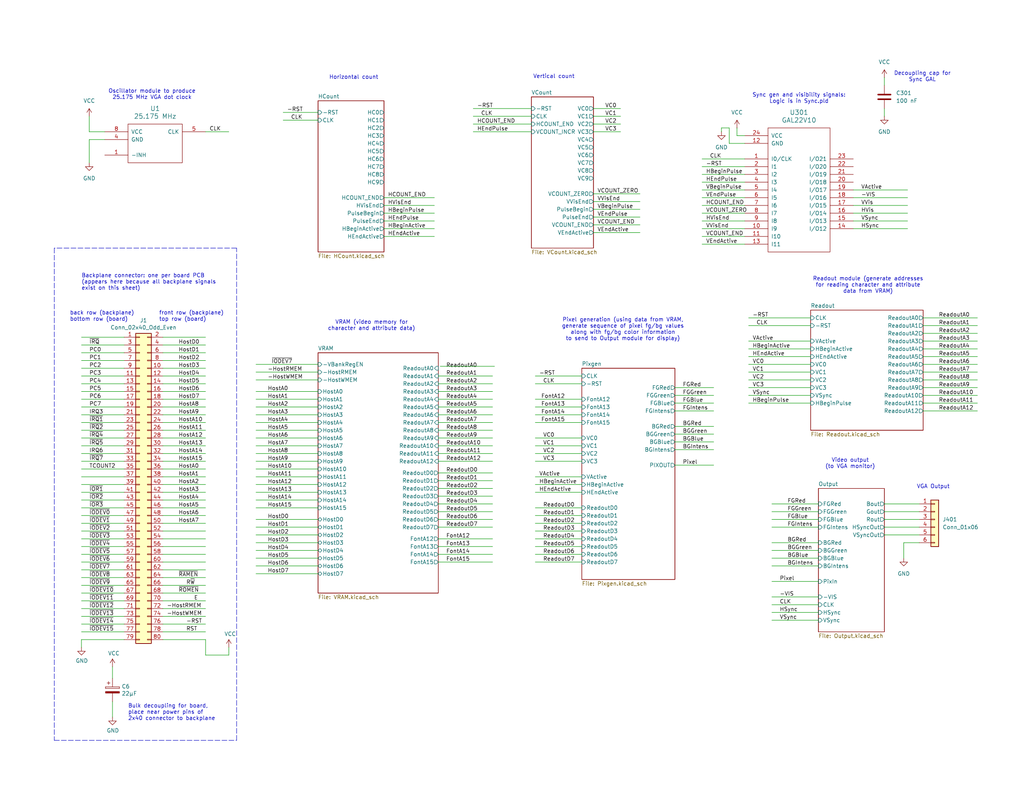
<source format=kicad_sch>
(kicad_sch (version 20231120) (generator "eeschema") (generator_version "8.0")
  (paper "User" 335.28 259.08)
  (title_block (title "Hardware VGA") (company "daveho hacks"))
  (lib_symbols
    (symbol "Connector_Generic:Conn_01x06" (pin_names (offset 1.016) hide)
      (property "Reference" "J" (at 0 7.62 0))
      (property "Value" "Conn_01x06" (at 0 -10.16 0))
      (symbol "Conn_01x06_1_1"
        (pin passive line (at -5.08 5.08 0) (length 3.81) (name "Pin_1") (number "1"))
        (pin passive line (at -5.08 2.54 0) (length 3.81) (name "Pin_2") (number "2"))
        (pin passive line (at -5.08 0 0) (length 3.81) (name "Pin_3") (number "3"))
        (pin passive line (at -5.08 -2.54 0) (length 3.81) (name "Pin_4") (number "4"))
        (pin passive line (at -5.08 -5.08 0) (length 3.81) (name "Pin_5") (number "5"))
        (pin passive line (at -5.08 -7.62 0) (length 3.81) (name "Pin_6") (number "6"))
      )
    )
    (symbol "Connector_Generic:Conn_02x40_Odd_Even" (pin_names (offset 1.016) hide)
      (property "Reference" "J" (at 1.27 50.8 0))
      (property "Value" "Conn_02x40_Odd_Even" (at 1.27 -53.34 0))
      (symbol "Conn_02x40_Odd_Even_1_1"
        (pin passive line (at -5.08 48.26 0) (length 3.81) (name "Pin_1") (number "1"))
        (pin passive line (at 7.62 38.1 180) (length 3.81) (name "Pin_10") (number "10"))
        (pin passive line (at -5.08 35.56 0) (length 3.81) (name "Pin_11") (number "11"))
        (pin passive line (at 7.62 35.56 180) (length 3.81) (name "Pin_12") (number "12"))
        (pin passive line (at -5.08 33.02 0) (length 3.81) (name "Pin_13") (number "13"))
        (pin passive line (at 7.62 33.02 180) (length 3.81) (name "Pin_14") (number "14"))
        (pin passive line (at -5.08 30.48 0) (length 3.81) (name "Pin_15") (number "15"))
        (pin passive line (at 7.62 30.48 180) (length 3.81) (name "Pin_16") (number "16"))
        (pin passive line (at -5.08 27.94 0) (length 3.81) (name "Pin_17") (number "17"))
        (pin passive line (at 7.62 27.94 180) (length 3.81) (name "Pin_18") (number "18"))
        (pin passive line (at -5.08 25.4 0) (length 3.81) (name "Pin_19") (number "19"))
        (pin passive line (at 7.62 48.26 180) (length 3.81) (name "Pin_2") (number "2"))
        (pin passive line (at 7.62 25.4 180) (length 3.81) (name "Pin_20") (number "20"))
        (pin passive line (at -5.08 22.86 0) (length 3.81) (name "Pin_21") (number "21"))
        (pin passive line (at 7.62 22.86 180) (length 3.81) (name "Pin_22") (number "22"))
        (pin passive line (at -5.08 20.32 0) (length 3.81) (name "Pin_23") (number "23"))
        (pin passive line (at 7.62 20.32 180) (length 3.81) (name "Pin_24") (number "24"))
        (pin passive line (at -5.08 17.78 0) (length 3.81) (name "Pin_25") (number "25"))
        (pin passive line (at 7.62 17.78 180) (length 3.81) (name "Pin_26") (number "26"))
        (pin passive line (at -5.08 15.24 0) (length 3.81) (name "Pin_27") (number "27"))
        (pin passive line (at 7.62 15.24 180) (length 3.81) (name "Pin_28") (number "28"))
        (pin passive line (at -5.08 12.7 0) (length 3.81) (name "Pin_29") (number "29"))
        (pin passive line (at -5.08 45.72 0) (length 3.81) (name "Pin_3") (number "3"))
        (pin passive line (at 7.62 12.7 180) (length 3.81) (name "Pin_30") (number "30"))
        (pin passive line (at -5.08 10.16 0) (length 3.81) (name "Pin_31") (number "31"))
        (pin passive line (at 7.62 10.16 180) (length 3.81) (name "Pin_32") (number "32"))
        (pin passive line (at -5.08 7.62 0) (length 3.81) (name "Pin_33") (number "33"))
        (pin passive line (at 7.62 7.62 180) (length 3.81) (name "Pin_34") (number "34"))
        (pin passive line (at -5.08 5.08 0) (length 3.81) (name "Pin_35") (number "35"))
        (pin passive line (at 7.62 5.08 180) (length 3.81) (name "Pin_36") (number "36"))
        (pin passive line (at -5.08 2.54 0) (length 3.81) (name "Pin_37") (number "37"))
        (pin passive line (at 7.62 2.54 180) (length 3.81) (name "Pin_38") (number "38"))
        (pin passive line (at -5.08 0 0) (length 3.81) (name "Pin_39") (number "39"))
        (pin passive line (at 7.62 45.72 180) (length 3.81) (name "Pin_4") (number "4"))
        (pin passive line (at 7.62 0 180) (length 3.81) (name "Pin_40") (number "40"))
        (pin passive line (at -5.08 -2.54 0) (length 3.81) (name "Pin_41") (number "41"))
        (pin passive line (at 7.62 -2.54 180) (length 3.81) (name "Pin_42") (number "42"))
        (pin passive line (at -5.08 -5.08 0) (length 3.81) (name "Pin_43") (number "43"))
        (pin passive line (at 7.62 -5.08 180) (length 3.81) (name "Pin_44") (number "44"))
        (pin passive line (at -5.08 -7.62 0) (length 3.81) (name "Pin_45") (number "45"))
        (pin passive line (at 7.62 -7.62 180) (length 3.81) (name "Pin_46") (number "46"))
        (pin passive line (at -5.08 -10.16 0) (length 3.81) (name "Pin_47") (number "47"))
        (pin passive line (at 7.62 -10.16 180) (length 3.81) (name "Pin_48") (number "48"))
        (pin passive line (at -5.08 -12.7 0) (length 3.81) (name "Pin_49") (number "49"))
        (pin passive line (at -5.08 43.18 0) (length 3.81) (name "Pin_5") (number "5"))
        (pin passive line (at 7.62 -12.7 180) (length 3.81) (name "Pin_50") (number "50"))
        (pin passive line (at -5.08 -15.24 0) (length 3.81) (name "Pin_51") (number "51"))
        (pin passive line (at 7.62 -15.24 180) (length 3.81) (name "Pin_52") (number "52"))
        (pin passive line (at -5.08 -17.78 0) (length 3.81) (name "Pin_53") (number "53"))
        (pin passive line (at 7.62 -17.78 180) (length 3.81) (name "Pin_54") (number "54"))
        (pin passive line (at -5.08 -20.32 0) (length 3.81) (name "Pin_55") (number "55"))
        (pin passive line (at 7.62 -20.32 180) (length 3.81) (name "Pin_56") (number "56"))
        (pin passive line (at -5.08 -22.86 0) (length 3.81) (name "Pin_57") (number "57"))
        (pin passive line (at 7.62 -22.86 180) (length 3.81) (name "Pin_58") (number "58"))
        (pin passive line (at -5.08 -25.4 0) (length 3.81) (name "Pin_59") (number "59"))
        (pin passive line (at 7.62 43.18 180) (length 3.81) (name "Pin_6") (number "6"))
        (pin passive line (at 7.62 -25.4 180) (length 3.81) (name "Pin_60") (number "60"))
        (pin passive line (at -5.08 -27.94 0) (length 3.81) (name "Pin_61") (number "61"))
        (pin passive line (at 7.62 -27.94 180) (length 3.81) (name "Pin_62") (number "62"))
        (pin passive line (at -5.08 -30.48 0) (length 3.81) (name "Pin_63") (number "63"))
        (pin passive line (at 7.62 -30.48 180) (length 3.81) (name "Pin_64") (number "64"))
        (pin passive line (at -5.08 -33.02 0) (length 3.81) (name "Pin_65") (number "65"))
        (pin passive line (at 7.62 -33.02 180) (length 3.81) (name "Pin_66") (number "66"))
        (pin passive line (at -5.08 -35.56 0) (length 3.81) (name "Pin_67") (number "67"))
        (pin passive line (at 7.62 -35.56 180) (length 3.81) (name "Pin_68") (number "68"))
        (pin passive line (at -5.08 -38.1 0) (length 3.81) (name "Pin_69") (number "69"))
        (pin passive line (at -5.08 40.64 0) (length 3.81) (name "Pin_7") (number "7"))
        (pin passive line (at 7.62 -38.1 180) (length 3.81) (name "Pin_70") (number "70"))
        (pin passive line (at -5.08 -40.64 0) (length 3.81) (name "Pin_71") (number "71"))
        (pin passive line (at 7.62 -40.64 180) (length 3.81) (name "Pin_72") (number "72"))
        (pin passive line (at -5.08 -43.18 0) (length 3.81) (name "Pin_73") (number "73"))
        (pin passive line (at 7.62 -43.18 180) (length 3.81) (name "Pin_74") (number "74"))
        (pin passive line (at -5.08 -45.72 0) (length 3.81) (name "Pin_75") (number "75"))
        (pin passive line (at 7.62 -45.72 180) (length 3.81) (name "Pin_76") (number "76"))
        (pin passive line (at -5.08 -48.26 0) (length 3.81) (name "Pin_77") (number "77"))
        (pin passive line (at 7.62 -48.26 180) (length 3.81) (name "Pin_78") (number "78"))
        (pin passive line (at -5.08 -50.8 0) (length 3.81) (name "Pin_79") (number "79"))
        (pin passive line (at 7.62 40.64 180) (length 3.81) (name "Pin_8") (number "8"))
        (pin passive line (at 7.62 -50.8 180) (length 3.81) (name "Pin_80") (number "80"))
        (pin passive line (at -5.08 38.1 0) (length 3.81) (name "Pin_9") (number "9"))
      )
    )
    (symbol "Device:C" (pin_numbers hide) (pin_names (offset 0.254))
      (property "Reference" "C" (at 0.635 2.54 0))
      (property "Value" "C" (at 0.635 -2.54 0))
      (symbol "C_1_1"
        (pin passive line (at 0 3.81 270) (length 2.794) (name "~") (number "1"))
        (pin passive line (at 0 -3.81 90) (length 2.794) (name "~") (number "2"))
      )
    )
    (symbol "GND_2" (power) (pin_numbers hide) (pin_names (offset 0) hide)
      (property "Value" "GND" (at 0 -3.81 0))
      (symbol "GND_2_1_1"
        (pin power_in line (at 0 0 270) (length 0) (name "~") (number "1"))
      )
    )
    (symbol "GND_3" (power) (pin_numbers hide) (pin_names (offset 0) hide)
      (property "Value" "GND" (at 0 -3.81 0))
      (symbol "GND_3_1_1"
        (pin power_in line (at 0 0 270) (length 0) (name "~") (number "1"))
      )
    )
    (symbol "GND_4" (power) (pin_numbers hide) (pin_names (offset 0) hide)
      (property "Value" "GND" (at 0 -3.81 0))
      (symbol "GND_4_1_1"
        (pin power_in line (at 0 0 270) (length 0) (name "~") (number "1"))
      )
    )
    (symbol "VCC_1" (power) (pin_numbers hide) (pin_names (offset 0) hide)
      (property "Value" "VCC" (at 0 3.556 0))
      (symbol "VCC_1_1_1"
        (pin power_in line (at 0 0 90) (length 0) (name "~") (number "1"))
      )
    )
    (symbol "VCC_2" (power) (pin_numbers hide) (pin_names (offset 0) hide)
      (property "Value" "VCC" (at 0 3.556 0))
      (symbol "VCC_2_1_1"
        (pin power_in line (at 0 0 90) (length 0) (name "~") (number "1"))
      )
    )
    (symbol "device:CP" (pin_numbers hide) (pin_names (offset 0.254))
      (property "Reference" "C" (at 0.635 2.54 0))
      (property "Value" "CP" (at 0.635 -2.54 0))
      (symbol "CP_1_1"
        (pin passive line (at 0 3.81 270) (length 2.794) (name "~") (number "1"))
        (pin passive line (at 0 -3.81 90) (length 2.794) (name "~") (number "2"))
      )
    )
    (symbol "power:GND" (power) (pin_names (offset 0))
      (property "Value" "GND" (at 0 -3.81 0))
      (symbol "GND_1_1"
        (pin power_in line (at 0 0 270) (length 0) hide (name "GND") (number "1"))
      )
    )
    (symbol "power:VCC" (power) (pin_names (offset 0))
      (property "Value" "VCC" (at 0 3.81 0))
      (symbol "VCC_1_1"
        (pin power_in line (at 0 0 90) (length 0) hide (name "VCC") (number "1"))
      )
    )
    (symbol "ya68k:GAL22V10" (pin_names (offset 1.016))
      (property "Reference" "U" (at -1.27 20.32 0))
      (property "Value" "GAL22V10" (at 0 -24.13 0))
      (symbol "GAL22V10_1_1"
        (pin input line (at -17.78 8.89 0) (length 7.62) (name "I0/CLK") (number "1"))
        (pin input line (at -17.78 -13.97 0) (length 7.62) (name "I9") (number "10"))
        (pin input line (at -17.78 -16.51 0) (length 7.62) (name "I10") (number "11"))
        (pin power_in line (at -17.78 13.97 0) (length 7.62) (name "GND") (number "12"))
        (pin input line (at -17.78 -19.05 0) (length 7.62) (name "I11") (number "13"))
        (pin bidirectional line (at 17.78 -13.97 180) (length 7.62) (name "I/O12") (number "14"))
        (pin bidirectional line (at 17.78 -11.43 180) (length 7.62) (name "I/O13") (number "15"))
        (pin bidirectional line (at 17.78 -8.89 180) (length 7.62) (name "I/O14") (number "16"))
        (pin bidirectional line (at 17.78 -6.35 180) (length 7.62) (name "I/O15") (number "17"))
        (pin bidirectional line (at 17.78 -3.81 180) (length 7.62) (name "I/O16") (number "18"))
        (pin bidirectional line (at 17.78 -1.27 180) (length 7.62) (name "I/O17") (number "19"))
        (pin input line (at -17.78 6.35 0) (length 7.62) (name "I1") (number "2"))
        (pin bidirectional line (at 17.78 1.27 180) (length 7.62) (name "I/O18") (number "20"))
        (pin bidirectional line (at 17.78 3.81 180) (length 7.62) (name "I/O19") (number "21"))
        (pin bidirectional line (at 17.78 6.35 180) (length 7.62) (name "I/O20") (number "22"))
        (pin bidirectional line (at 17.78 8.89 180) (length 7.62) (name "I/O21") (number "23"))
        (pin power_in line (at -17.78 16.51 0) (length 7.62) (name "VCC") (number "24"))
        (pin input line (at -17.78 3.81 0) (length 7.62) (name "I2") (number "3"))
        (pin input line (at -17.78 1.27 0) (length 7.62) (name "I3") (number "4"))
        (pin input line (at -17.78 -1.27 0) (length 7.62) (name "I4") (number "5"))
        (pin input line (at -17.78 -3.81 0) (length 7.62) (name "I5") (number "6"))
        (pin input line (at -17.78 -6.35 0) (length 7.62) (name "I6") (number "7"))
        (pin input line (at -17.78 -8.89 0) (length 7.62) (name "I7") (number "8"))
        (pin input line (at -17.78 -11.43 0) (length 7.62) (name "I8") (number "9"))
      )
    )
    (symbol "ya68k:XTAL_OSC_HALF_CAN" (pin_names (offset 1.016))
      (property "Reference" "U" (at 0 7.62 0))
      (property "Value" "XTAL_OSC_HALF_CAN" (at 0 -7.62 0))
      (symbol "XTAL_OSC_HALF_CAN_1_1"
        (pin input line (at -16.51 -3.81 0) (length 7.62) (name "-INH") (number "1"))
        (pin input line (at -16.51 1.27 0) (length 7.62) (name "GND") (number "4"))
        (pin input line (at 16.51 3.81 180) (length 7.62) (name "CLK") (number "5"))
        (pin input line (at -16.51 3.81 0) (length 7.62) (name "VCC") (number "8"))
      )
    )
  )
  (wire (pts (xy 83.82 124.46) (xy 104.14 124.46)))
  (wire (pts (xy 238.76 41.91) (xy 236.22 41.91)))
  (wire (pts (xy 194.31 38.1) (xy 203.2 38.1)))
  (wire (pts (xy 143.51 160.02) (xy 161.29 160.02)))
  (wire (pts (xy 36.83 222.25) (xy 36.83 218.44)))
  (wire (pts (xy 143.51 165.1) (xy 161.29 165.1)))
  (wire (pts (xy 302.26 104.14) (xy 320.04 104.14)))
  (wire (pts (xy 143.51 157.48) (xy 161.29 157.48)))
  (wire (pts (xy 26.67 113.03) (xy 40.64 113.03)))
  (wire (pts (xy 252.73 172.72) (xy 267.97 172.72)))
  (wire (pts (xy 194.31 66.04) (xy 209.55 66.04)))
  (wire (pts (xy 53.34 209.55) (xy 67.31 209.55)))
  (wire (pts (xy 220.98 134.62) (xy 233.68 134.62)))
  (wire (pts (xy 53.34 163.83) (xy 67.31 163.83)))
  (wire (pts (xy 175.26 133.35) (xy 190.5 133.35)))
  (wire (pts (xy 267.97 200.66) (xy 252.73 200.66)))
  (wire (pts (xy 26.67 146.05) (xy 40.64 146.05)))
  (wire (pts (xy 26.67 151.13) (xy 40.64 151.13)))
  (wire (pts (xy 53.34 158.75) (xy 67.31 158.75)))
  (wire (pts (xy 53.34 148.59) (xy 67.31 148.59)))
  (wire (pts (xy 220.98 152.4) (xy 233.68 152.4)))
  (wire (pts (xy 289.56 167.64) (xy 300.99 167.64)))
  (wire (pts (xy 26.67 189.23) (xy 40.64 189.23)))
  (wire (pts (xy 295.91 177.8) (xy 295.91 182.88)))
  (wire (pts (xy 252.73 185.42) (xy 267.97 185.42)))
  (wire (pts (xy 175.26 173.99) (xy 190.5 173.99)))
  (wire (pts (xy 252.73 195.58) (xy 267.97 195.58)))
  (wire (pts (xy 154.94 38.1) (xy 173.99 38.1)))
  (wire (pts (xy 245.11 127) (xy 265.43 127)))
  (wire (pts (xy 83.82 135.89) (xy 104.14 135.89)))
  (wire (pts (xy 83.82 153.67) (xy 104.14 153.67)))
  (wire (pts (xy 26.67 135.89) (xy 40.64 135.89)))
  (wire (pts (xy 53.34 125.73) (xy 67.31 125.73)))
  (wire (pts (xy 29.21 45.72) (xy 29.21 53.34)))
  (wire (pts (xy 83.82 166.37) (xy 104.14 166.37)))
  (wire (pts (xy 143.51 146.05) (xy 161.29 146.05)))
  (wire (pts (xy 245.11 121.92) (xy 265.43 121.92)))
  (wire (pts (xy 26.67 191.77) (xy 40.64 191.77)))
  (wire (pts (xy 26.67 140.97) (xy 40.64 140.97)))
  (wire (pts (xy 104.14 36.83) (xy 92.71 36.83)))
  (wire (pts (xy 302.26 109.22) (xy 320.04 109.22)))
  (wire (pts (xy 53.34 199.39) (xy 67.31 199.39)))
  (wire (pts (xy 53.34 110.49) (xy 67.31 110.49)))
  (wire (pts (xy 220.98 147.32) (xy 233.68 147.32)))
  (wire (pts (xy 53.34 133.35) (xy 67.31 133.35)))
  (wire (pts (xy 143.51 125.73) (xy 161.29 125.73)))
  (wire (pts (xy 53.34 146.05) (xy 67.31 146.05)))
  (wire (pts (xy 53.34 184.15) (xy 67.31 184.15)))
  (polyline (pts (xy 17.78 242.57) (xy 77.47 242.57)) (stroke (width 0) (type dash)))
  (wire (pts (xy 26.67 123.19) (xy 40.64 123.19)))
  (wire (pts (xy 175.26 166.37) (xy 190.5 166.37)))
  (wire (pts (xy 53.34 130.81) (xy 67.31 130.81)))
  (wire (pts (xy 252.73 198.12) (xy 267.97 198.12)))
  (wire (pts (xy 252.73 190.5) (xy 267.97 190.5)))
  (wire (pts (xy 53.34 207.01) (xy 67.31 207.01)))
  (wire (pts (xy 83.82 170.18) (xy 104.14 170.18)))
  (wire (pts (xy 289.56 35.56) (xy 289.56 38.1)))
  (wire (pts (xy 175.26 148.59) (xy 190.5 148.59)))
  (wire (pts (xy 74.93 214.63) (xy 74.93 212.09)))
  (wire (pts (xy 175.26 171.45) (xy 190.5 171.45)))
  (wire (pts (xy 26.67 171.45) (xy 40.64 171.45)))
  (wire (pts (xy 245.11 124.46) (xy 265.43 124.46)))
  (wire (pts (xy 83.82 121.92) (xy 104.14 121.92)))
  (wire (pts (xy 53.34 166.37) (xy 67.31 166.37)))
  (wire (pts (xy 175.26 130.81) (xy 190.5 130.81)))
  (wire (pts (xy 83.82 185.42) (xy 104.14 185.42)))
  (wire (pts (xy 125.73 64.77) (xy 142.24 64.77)))
  (wire (pts (xy 238.76 46.99) (xy 238.76 41.91)))
  (wire (pts (xy 245.11 119.38) (xy 265.43 119.38)))
  (wire (pts (xy 302.26 106.68) (xy 320.04 106.68)))
  (wire (pts (xy 220.98 129.54) (xy 233.68 129.54)))
  (wire (pts (xy 36.83 229.87) (xy 36.83 234.95)))
  (wire (pts (xy 53.34 151.13) (xy 67.31 151.13)))
  (wire (pts (xy 194.31 68.58) (xy 209.55 68.58)))
  (wire (pts (xy 143.51 123.19) (xy 161.29 123.19)))
  (wire (pts (xy 143.51 172.72) (xy 161.29 172.72)))
  (wire (pts (xy 53.34 140.97) (xy 67.31 140.97)))
  (wire (pts (xy 67.31 209.55) (xy 67.31 214.63)))
  (wire (pts (xy 26.67 209.55) (xy 40.64 209.55)))
  (wire (pts (xy 245.11 129.54) (xy 265.43 129.54)))
  (wire (pts (xy 279.4 69.85) (xy 297.18 69.85)))
  (wire (pts (xy 229.87 74.93) (xy 243.84 74.93)))
  (wire (pts (xy 67.31 214.63) (xy 74.93 214.63)))
  (wire (pts (xy 245.11 106.68) (xy 265.43 106.68)))
  (wire (pts (xy 125.73 77.47) (xy 142.24 77.47)))
  (wire (pts (xy 229.87 72.39) (xy 243.84 72.39)))
  (wire (pts (xy 34.29 45.72) (xy 29.21 45.72)))
  (wire (pts (xy 175.26 143.51) (xy 190.5 143.51)))
  (wire (pts (xy 83.82 133.35) (xy 104.14 133.35)))
  (wire (pts (xy 26.67 184.15) (xy 40.64 184.15)))
  (polyline (pts (xy 17.78 81.28) (xy 17.78 242.57)) (stroke (width 0) (type dash)))
  (wire (pts (xy 53.34 156.21) (xy 67.31 156.21)))
  (wire (pts (xy 83.82 119.38) (xy 104.14 119.38)))
  (wire (pts (xy 175.26 161.29) (xy 190.5 161.29)))
  (wire (pts (xy 302.26 121.92) (xy 320.04 121.92)))
  (wire (pts (xy 26.67 179.07) (xy 40.64 179.07)))
  (wire (pts (xy 53.34 143.51) (xy 67.31 143.51)))
  (wire (pts (xy 143.51 138.43) (xy 161.29 138.43)))
  (wire (pts (xy 265.43 104.14) (xy 245.11 104.14)))
  (wire (pts (xy 143.51 130.81) (xy 161.29 130.81)))
  (wire (pts (xy 143.51 148.59) (xy 161.29 148.59)))
  (wire (pts (xy 175.26 146.05) (xy 190.5 146.05)))
  (wire (pts (xy 252.73 182.88) (xy 267.97 182.88)))
  (wire (pts (xy 67.31 43.18) (xy 74.93 43.18)))
  (wire (pts (xy 53.34 115.57) (xy 67.31 115.57)))
  (wire (pts (xy 143.51 179.07) (xy 161.29 179.07)))
  (wire (pts (xy 83.82 156.21) (xy 104.14 156.21)))
  (wire (pts (xy 34.29 43.18) (xy 29.21 43.18)))
  (wire (pts (xy 125.73 67.31) (xy 142.24 67.31)))
  (wire (pts (xy 83.82 146.05) (xy 104.14 146.05)))
  (wire (pts (xy 302.26 111.76) (xy 320.04 111.76)))
  (wire (pts (xy 229.87 80.01) (xy 243.84 80.01)))
  (wire (pts (xy 143.51 154.94) (xy 161.29 154.94)))
  (wire (pts (xy 302.26 129.54) (xy 320.04 129.54)))
  (wire (pts (xy 220.98 142.24) (xy 233.68 142.24)))
  (wire (pts (xy 245.11 114.3) (xy 265.43 114.3)))
  (wire (pts (xy 26.67 115.57) (xy 40.64 115.57)))
  (wire (pts (xy 194.31 76.2) (xy 209.55 76.2)))
  (wire (pts (xy 26.67 199.39) (xy 40.64 199.39)))
  (wire (pts (xy 143.51 128.27) (xy 161.29 128.27)))
  (wire (pts (xy 53.34 191.77) (xy 67.31 191.77)))
  (wire (pts (xy 26.67 125.73) (xy 40.64 125.73)))
  (wire (pts (xy 26.67 181.61) (xy 40.64 181.61)))
  (wire (pts (xy 125.73 74.93) (xy 142.24 74.93)))
  (wire (pts (xy 243.84 46.99) (xy 238.76 46.99)))
  (wire (pts (xy 143.51 167.64) (xy 161.29 167.64)))
  (wire (pts (xy 220.98 132.08) (xy 233.68 132.08)))
  (wire (pts (xy 236.22 41.91) (xy 236.22 43.18)))
  (wire (pts (xy 26.67 130.81) (xy 40.64 130.81)))
  (wire (pts (xy 53.34 196.85) (xy 67.31 196.85)))
  (wire (pts (xy 83.82 172.72) (xy 104.14 172.72)))
  (wire (pts (xy 143.51 143.51) (xy 161.29 143.51)))
  (wire (pts (xy 302.26 116.84) (xy 320.04 116.84)))
  (wire (pts (xy 53.34 161.29) (xy 67.31 161.29)))
  (wire (pts (xy 154.94 40.64) (xy 173.99 40.64)))
  (wire (pts (xy 220.98 139.7) (xy 233.68 139.7)))
  (wire (pts (xy 53.34 168.91) (xy 67.31 168.91)))
  (wire (pts (xy 229.87 52.07) (xy 243.84 52.07)))
  (wire (pts (xy 83.82 177.8) (xy 104.14 177.8)))
  (wire (pts (xy 302.26 124.46) (xy 320.04 124.46)))
  (wire (pts (xy 26.67 176.53) (xy 40.64 176.53)))
  (wire (pts (xy 243.84 69.85) (xy 229.87 69.85)))
  (wire (pts (xy 143.51 162.56) (xy 161.29 162.56)))
  (wire (pts (xy 302.26 119.38) (xy 320.04 119.38)))
  (wire (pts (xy 175.26 151.13) (xy 190.5 151.13)))
  (wire (pts (xy 229.87 54.61) (xy 243.84 54.61)))
  (wire (pts (xy 26.67 194.31) (xy 40.64 194.31)))
  (wire (pts (xy 143.51 133.35) (xy 161.29 133.35)))
  (wire (pts (xy 279.4 62.23) (xy 297.18 62.23)))
  (wire (pts (xy 53.34 194.31) (xy 67.31 194.31)))
  (wire (pts (xy 194.31 35.56) (xy 203.2 35.56)))
  (wire (pts (xy 143.51 170.18) (xy 161.29 170.18)))
  (wire (pts (xy 26.67 120.65) (xy 40.64 120.65)))
  (wire (pts (xy 83.82 180.34) (xy 104.14 180.34)))
  (wire (pts (xy 279.4 74.93) (xy 297.18 74.93)))
  (wire (pts (xy 302.26 134.62) (xy 320.04 134.62)))
  (wire (pts (xy 209.55 63.5) (xy 194.31 63.5)))
  (wire (pts (xy 29.21 38.1) (xy 29.21 43.18)))
  (wire (pts (xy 302.26 127) (xy 320.04 127)))
  (wire (pts (xy 252.73 165.1) (xy 267.97 165.1)))
  (wire (pts (xy 300.99 177.8) (xy 295.91 177.8)))
  (wire (pts (xy 245.11 116.84) (xy 265.43 116.84)))
  (wire (pts (xy 83.82 163.83) (xy 104.14 163.83)))
  (wire (pts (xy 83.82 161.29) (xy 104.14 161.29)))
  (wire (pts (xy 53.34 201.93) (xy 67.31 201.93)))
  (polyline (pts (xy 77.47 242.57) (xy 77.47 81.28)) (stroke (width 0) (type dash)))
  (wire (pts (xy 279.4 72.39) (xy 297.18 72.39)))
  (wire (pts (xy 53.34 171.45) (xy 67.31 171.45)))
  (wire (pts (xy 229.87 62.23) (xy 243.84 62.23)))
  (wire (pts (xy 229.87 64.77) (xy 243.84 64.77)))
  (wire (pts (xy 241.3 41.91) (xy 241.3 44.45)))
  (wire (pts (xy 26.67 166.37) (xy 40.64 166.37)))
  (wire (pts (xy 26.67 118.11) (xy 40.64 118.11)))
  (wire (pts (xy 53.34 176.53) (xy 67.31 176.53)))
  (wire (pts (xy 53.34 153.67) (xy 67.31 153.67)))
  (wire (pts (xy 243.84 44.45) (xy 241.3 44.45)))
  (wire (pts (xy 302.26 132.08) (xy 320.04 132.08)))
  (wire (pts (xy 229.87 77.47) (xy 243.84 77.47)))
  (wire (pts (xy 194.31 40.64) (xy 203.2 40.64)))
  (wire (pts (xy 26.67 110.49) (xy 40.64 110.49)))
  (wire (pts (xy 83.82 158.75) (xy 104.14 158.75)))
  (wire (pts (xy 83.82 130.81) (xy 104.14 130.81)))
  (wire (pts (xy 289.56 170.18) (xy 300.99 170.18)))
  (wire (pts (xy 26.67 161.29) (xy 40.64 161.29)))
  (wire (pts (xy 53.34 204.47) (xy 67.31 204.47)))
  (wire (pts (xy 175.26 179.07) (xy 190.5 179.07)))
  (wire (pts (xy 26.67 201.93) (xy 40.64 201.93)))
  (wire (pts (xy 53.34 179.07) (xy 67.31 179.07)))
  (wire (pts (xy 190.5 123.19) (xy 175.26 123.19)))
  (wire (pts (xy 175.26 158.75) (xy 190.5 158.75)))
  (wire (pts (xy 26.67 133.35) (xy 40.64 133.35)))
  (wire (pts (xy 252.73 167.64) (xy 267.97 167.64)))
  (wire (pts (xy 83.82 148.59) (xy 104.14 148.59)))
  (wire (pts (xy 53.34 128.27) (xy 67.31 128.27)))
  (wire (pts (xy 92.71 39.37) (xy 104.14 39.37)))
  (wire (pts (xy 26.67 128.27) (xy 40.64 128.27)))
  (wire (pts (xy 175.26 184.15) (xy 190.5 184.15)))
  (wire (pts (xy 53.34 189.23) (xy 67.31 189.23)))
  (wire (pts (xy 53.34 123.19) (xy 67.31 123.19)))
  (wire (pts (xy 143.51 176.53) (xy 161.29 176.53)))
  (wire (pts (xy 26.67 158.75) (xy 40.64 158.75)))
  (wire (pts (xy 144.145 120.015) (xy 161.925 120.015)))
  (wire (pts (xy 83.82 175.26) (xy 104.14 175.26)))
  (wire (pts (xy 175.26 168.91) (xy 190.5 168.91)))
  (wire (pts (xy 289.56 175.26) (xy 300.99 175.26)))
  (wire (pts (xy 143.51 140.97) (xy 161.29 140.97)))
  (wire (pts (xy 83.82 128.27) (xy 104.14 128.27)))
  (wire (pts (xy 53.34 173.99) (xy 67.31 173.99)))
  (wire (pts (xy 26.67 138.43) (xy 40.64 138.43)))
  (wire (pts (xy 83.82 140.97) (xy 104.14 140.97)))
  (wire (pts (xy 245.11 111.76) (xy 265.43 111.76)))
  (wire (pts (xy 26.67 168.91) (xy 40.64 168.91)))
  (wire (pts (xy 83.82 182.88) (xy 104.14 182.88)))
  (wire (pts (xy 83.82 138.43) (xy 104.14 138.43)))
  (wire (pts (xy 154.94 43.18) (xy 173.99 43.18)))
  (wire (pts (xy 143.51 181.61) (xy 161.29 181.61)))
  (wire (pts (xy 26.67 153.67) (xy 40.64 153.67)))
  (wire (pts (xy 175.26 181.61) (xy 190.5 181.61)))
  (wire (pts (xy 53.34 181.61) (xy 67.31 181.61)))
  (wire (pts (xy 279.4 64.77) (xy 297.18 64.77)))
  (wire (pts (xy 26.67 207.01) (xy 40.64 207.01)))
  (wire (pts (xy 26.67 163.83) (xy 40.64 163.83)))
  (wire (pts (xy 229.87 59.69) (xy 243.84 59.69)))
  (wire (pts (xy 26.67 156.21) (xy 40.64 156.21)))
  (polyline (pts (xy 77.47 81.28) (xy 17.78 81.28)) (stroke (width 0) (type dash)))
  (wire (pts (xy 143.51 135.89) (xy 161.29 135.89)))
  (wire (pts (xy 289.56 25.4) (xy 289.56 27.94)))
  (wire (pts (xy 26.67 143.51) (xy 40.64 143.51)))
  (wire (pts (xy 220.98 127) (xy 233.68 127)))
  (wire (pts (xy 175.26 176.53) (xy 190.5 176.53)))
  (wire (pts (xy 53.34 118.11) (xy 67.31 118.11)))
  (wire (pts (xy 302.26 114.3) (xy 320.04 114.3)))
  (wire (pts (xy 53.34 138.43) (xy 67.31 138.43)))
  (wire (pts (xy 53.34 186.69) (xy 67.31 186.69)))
  (wire (pts (xy 175.26 125.73) (xy 190.5 125.73)))
  (wire (pts (xy 143.51 184.15) (xy 161.29 184.15)))
  (wire (pts (xy 279.4 67.31) (xy 297.18 67.31)))
  (wire (pts (xy 289.56 172.72) (xy 300.99 172.72)))
  (wire (pts (xy 26.67 186.69) (xy 40.64 186.69)))
  (wire (pts (xy 245.11 132.08) (xy 265.43 132.08)))
  (wire (pts (xy 252.73 170.18) (xy 267.97 170.18)))
  (wire (pts (xy 83.82 151.13) (xy 104.14 151.13)))
  (wire (pts (xy 125.73 69.85) (xy 142.24 69.85)))
  (wire (pts (xy 143.51 151.13) (xy 161.29 151.13)))
  (wire (pts (xy 289.56 165.1) (xy 300.99 165.1)))
  (wire (pts (xy 194.31 73.66) (xy 209.55 73.66)))
  (wire (pts (xy 53.34 135.89) (xy 67.31 135.89)))
  (wire (pts (xy 83.82 143.51) (xy 104.14 143.51)))
  (wire (pts (xy 53.34 120.65) (xy 67.31 120.65)))
  (wire (pts (xy 83.82 187.96) (xy 104.14 187.96)))
  (wire (pts (xy 26.67 209.55) (xy 26.67 212.09)))
  (wire (pts (xy 175.26 156.21) (xy 190.5 156.21)))
  (wire (pts (xy 252.73 177.8) (xy 267.97 177.8)))
  (wire (pts (xy 194.31 71.12) (xy 209.55 71.12)))
  (wire (pts (xy 173.99 35.56) (xy 154.94 35.56)))
  (wire (pts (xy 125.73 72.39) (xy 142.24 72.39)))
  (wire (pts (xy 229.87 57.15) (xy 243.84 57.15)))
  (wire (pts (xy 267.97 203.2) (xy 252.73 203.2)))
  (wire (pts (xy 220.98 144.78) (xy 233.68 144.78)))
  (wire (pts (xy 194.31 43.18) (xy 203.2 43.18)))
  (wire (pts (xy 175.26 135.89) (xy 190.5 135.89)))
  (wire (pts (xy 175.26 138.43) (xy 190.5 138.43)))
  (wire (pts (xy 26.67 148.59) (xy 40.64 148.59)))
  (wire (pts (xy 53.34 113.03) (xy 67.31 113.03)))
  (wire (pts (xy 26.67 173.99) (xy 40.64 173.99)))
  (wire (pts (xy 252.73 180.34) (xy 267.97 180.34)))
  (wire (pts (xy 243.84 67.31) (xy 229.87 67.31)))
  (wire (pts (xy 26.67 196.85) (xy 40.64 196.85)))
  (wire (pts (xy 26.67 204.47) (xy 40.64 204.47)))
  (text "Backplane connector: one per board PCB\n(appears here because all backplane signals\nexist on this sheet)" (at 26.67 95.25 0) (effects (font (size 1.27 1.27)) (justify left bottom)))
  (text "Decoupling cap for\nSync GAL" (at 302.006 25.146 0) (effects (font (size 1.27 1.27))))
  (text "Sync gen and visibility signals:\nLogic is in Sync.pld" (at 261.62 32.258 0) (effects (font (size 1.27 1.27))))
  (text "VRAM (video memory for\ncharacter and attribute data)" (at 121.666 106.68 0) (effects (font (size 1.27 1.27))))
  (text "VGA Output" (at 305.562 159.512 0) (effects (font (size 1.27 1.27))))
  (text "Oscillator module to produce\n25.175 MHz VGA dot clock" (at 49.784 30.988 0) (effects (font (size 1.27 1.27))))
  (text "back row (backplane)\nbottom row (board)" (at 22.86 105.41 0) (effects (font (size 1.27 1.27)) (justify left bottom)))
  (text "Bulk decoupling for board,\nplace near power pins of\n2x40 connector to backplane" (at 41.91 236.22 0) (effects (font (size 1.27 1.27)) (justify left bottom)))
  (text "Pixel generation (using data from VRAM,\ngenerate sequence of pixel fg/bg values\nalong with fg/bg color information\nto send to Output module for display)" (at 203.962 107.95 0) (effects (font (size 1.27 1.27))))
  (text "front row (backplane)\ntop row (board)" (at 52.07 105.41 0) (effects (font (size 1.27 1.27)) (justify left bottom)))
  (text "Horizontal count" (at 115.824 25.4 0) (effects (font (size 1.27 1.27))))
  (text "Vertical count" (at 181.356 25.146 0) (effects (font (size 1.27 1.27))))
  (text "Video output\n(to VGA monitor)" (at 278.384 151.892 0) (effects (font (size 1.27 1.27))))
  (text "Readout module (generate addresses\nfor reading character and attribute\ndata from VRAM)" (at 284.226 93.472 0) (effects (font (size 1.27 1.27))))
  (label "VC2" (at 246.38 124.46 0))
  (label "~{IODEV0}" (at 29.21 168.91 0))
  (label "VCOUNT_END" (at 231.14 77.47 0))
  (label "Pixel" (at 255.27 190.5 0))
  (label "ReadoutA8" (at 307.34 124.46 0))
  (label "BGGreen" (at 223.52 142.24 0))
  (label "~{IODEV2}" (at 29.21 173.99 0))
  (label "ReadoutD0" (at 146.05 154.94 0))
  (label "CLK" (at 177.8 125.73 0))
  (label "VC2" (at 177.8 148.59 0))
  (label "HSync" (at 281.94 74.93 0))
  (label "VC0" (at 246.38 119.38 0))
  (label "~{IOR2}" (at 29.21 163.83 0))
  (label "~{IODEV7}" (at 88.9 119.38 0))
  (label "FGBlue" (at 257.81 170.18 0))
  (label "VC2" (at 198.12 40.64 0))
  (label "BGBlue" (at 257.81 182.88 0))
  (label "HEndActive" (at 127 77.47 0))
  (label "~{IOR3}" (at 29.21 166.37 0))
  (label "-RST" (at 246.38 104.14 0))
  (label "ReadoutD5" (at 177.8 179.07 0))
  (label "HVisEnd" (at 127 67.31 0))
  (label "~{IRQ5}" (at 29.21 146.05 0))
  (label "HostA4" (at 87.63 138.43 0))
  (label "HVisEnd" (at 231.14 72.39 0))
  (label "VActive" (at 281.94 62.23 0))
  (label "CLK" (at 247.65 106.68 0))
  (label "VCOUNT_END" (at 195.58 73.66 0))
  (label "~{IODEV15}" (at 29.21 207.01 0))
  (label "VCOUNT_ZERO" (at 195.58 63.5 0))
  (label "CLK" (at 232.41 52.07 0))
  (label "Pixel" (at 223.52 152.4 0))
  (label "ReadoutA11" (at 307.34 132.08 0))
  (label "HCOUNT_END" (at 156.21 40.64 0))
  (label "HostA13" (at 58.42 146.05 0))
  (label "CLK" (at 255.27 198.12 0))
  (label "VC1" (at 246.38 121.92 0))
  (label "ReadoutA6" (at 307.34 119.38 0))
  (label "ReadoutD2" (at 146.05 160.02 0))
  (label "ReadoutD7" (at 146.05 172.72 0))
  (label "BGGreen" (at 257.81 180.34 0))
  (label "ReadoutA11" (at 146.05 148.59 0))
  (label "HostA7" (at 58.42 171.45 0))
  (label "VC3" (at 246.38 127 0))
  (label "~{IODEV1}" (at 29.21 171.45 0))
  (label "ReadoutD7" (at 177.8 184.15 0))
  (label "HostA6" (at 58.42 168.91 0))
  (label "HostA2" (at 87.63 133.35 0))
  (label "VC0" (at 198.12 35.56 0))
  (label "HostA0" (at 58.42 153.67 0))
  (label "~{ROMEN}" (at 58.42 194.31 0))
  (label "-VIS" (at 255.27 195.58 0))
  (label "ReadoutD1" (at 146.05 157.48 0))
  (label "CLK" (at 157.48 38.1 0))
  (label "ReadoutD3" (at 177.8 173.99 0))
  (label "FGBlue" (at 223.52 132.08 0))
  (label "HostA12" (at 87.63 158.75 0))
  (label "HostD0" (at 87.63 170.18 0))
  (label "~{IODEV10}" (at 29.21 194.31 0))
  (label "ReadoutA9" (at 307.34 127 0))
  (label "HostD2" (at 58.42 118.11 0))
  (label "-HostRMEM" (at 54.61 199.39 0))
  (label "~{IODEV4}" (at 29.21 179.07 0))
  (label "RST" (at 60.96 207.01 0))
  (label "HostD1" (at 58.42 115.57 0))
  (label "~{IODEV12}" (at 29.21 199.39 0))
  (label "ReadoutA3" (at 307.34 111.76 0))
  (label "FontA13" (at 177.165 133.35 0))
  (label "HostA12" (at 58.42 143.51 0))
  (label "FGIntens" (at 223.52 134.62 0))
  (label "HSync" (at 255.27 200.66 0))
  (label "VC3" (at 198.12 43.18 0))
  (label "VSync" (at 281.94 72.39 0))
  (label "HostA13" (at 87.63 161.29 0))
  (label "ReadoutD0" (at 177.8 166.37 0))
  (label "CLK" (at 95.25 39.37 0))
  (label "HostD5" (at 58.42 125.73 0))
  (label "~{IODEV11}" (at 29.21 196.85 0))
  (label "HostA6" (at 87.63 143.51 0))
  (label "HBeginActive" (at 176.53 158.75 0))
  (label "PC7" (at 29.21 133.35 0))
  (label "~{IRQ2}" (at 29.21 140.97 0))
  (label "ReadoutA7" (at 146.05 138.43 0))
  (label "VEndActive" (at 231.14 80.01 0))
  (label "HostA5" (at 87.63 140.97 0))
  (label "~{IRQ}" (at 29.21 113.03 0))
  (label "PC1" (at 29.21 118.11 0))
  (label "BGIntens" (at 257.81 185.42 0))
  (label "ReadoutA5" (at 307.34 116.84 0))
  (label "ReadoutD4" (at 177.8 176.53 0))
  (label "VC0" (at 177.8 143.51 0))
  (label "HBeginActive" (at 127 74.93 0))
  (label "PC2" (at 29.21 120.65 0))
  (label "VBeginPulse" (at 195.58 68.58 0))
  (label "-HostRMEM" (at 87.63 121.92 0))
  (label "ReadoutA3" (at 146.05 128.27 0))
  (label "ReadoutA10" (at 146.05 146.05 0))
  (label "FontA12" (at 146.05 176.53 0))
  (label "VEndActive" (at 195.58 76.2 0))
  (label "HostA15" (at 87.63 166.37 0))
  (label "ReadoutA7" (at 307.34 121.92 0))
  (label "TCOUNT2" (at 29.21 153.67 0))
  (label "FGRed" (at 223.52 127 0))
  (label "ReadoutD4" (at 146.05 165.1 0))
  (label "VVis" (at 281.94 67.31 0))
  (label "~{IODEV8}" (at 29.21 189.23 0))
  (label "HBeginPulse" (at 127 69.85 0))
  (label "ReadoutA12" (at 146.05 151.13 0))
  (label "HostA3" (at 87.63 135.89 0))
  (label "FontA14" (at 177.165 135.89 0))
  (label "IRQ3" (at 29.21 135.89 0))
  (label "HostD6" (at 58.42 128.27 0))
  (label "PC3" (at 29.21 123.19 0))
  (label "FGGreen" (at 223.52 129.54 0))
  (label "~{IODEV6}" (at 29.21 184.15 0))
  (label "FGRed" (at 257.81 165.1 0))
  (label "ReadoutA8" (at 146.05 140.97 0))
  (label "VSync" (at 246.38 129.54 0))
  (label "HostD7" (at 58.42 130.81 0))
  (label "HostD3" (at 87.63 177.8 0))
  (label "HostA11" (at 58.42 140.97 0))
  (label "VEndPulse" (at 231.14 64.77 0))
  (label "FontA15" (at 177.165 138.43 0))
  (label "~{IRQ4}" (at 29.21 143.51 0))
  (label "HostA9" (at 58.42 135.89 0))
  (label "-HostWMEM" (at 87.63 124.46 0))
  (label "HostA1" (at 87.63 130.81 0))
  (label "ReadoutA0" (at 146.05 120.65 0))
  (label "VC1" (at 177.8 146.05 0))
  (label "HostD3" (at 58.42 120.65 0))
  (label "PC6" (at 29.21 130.81 0))
  (label "BGRed" (at 257.81 177.8 0))
  (label "~{IODEV7}" (at 29.21 186.69 0))
  (label "HBeginActive" (at 246.38 114.3 0))
  (label "HostA10" (at 87.63 153.67 0))
  (label "IRQ6" (at 29.21 148.59 0))
  (label "HostD1" (at 87.63 172.72 0))
  (label "ReadoutA2" (at 146.05 125.73 0))
  (label "PC0" (at 29.21 115.57 0))
  (label "ReadoutA1" (at 307.34 106.68 0))
  (label "~{IRQ7}" (at 29.21 151.13 0))
  (label "HostA2" (at 58.42 158.75 0))
  (label "HCOUNT_END" (at 127 64.77 0))
  (label "HostA9" (at 87.63 151.13 0))
  (label "VSync" (at 255.27 203.2 0))
  (label "-RST" (at 156.21 35.56 0))
  (label "-VIS" (at 281.94 64.77 0))
  (label "HEndPulse" (at 231.14 59.69 0))
  (label "FontA14" (at 146.05 181.61 0))
  (label "ReadoutD6" (at 177.8 181.61 0))
  (label "HostA5" (at 58.42 166.37 0))
  (label "HEndActive" (at 176.53 161.29 0))
  (label "HostD5" (at 87.63 182.88 0))
  (label "HostD4" (at 58.42 123.19 0))
  (label "ReadoutA12" (at 307.34 134.62 0))
  (label "HEndPulse" (at 127 72.39 0))
  (label "ReadoutA4" (at 146.05 130.81 0))
  (label "HostA1" (at 58.42 156.21 0))
  (label "VVisEnd" (at 231.14 74.93 0))
  (label "PC4" (at 29.21 125.73 0))
  (label "FGIntens" (at 257.81 172.72 0))
  (label "CLK" (at 68.58 43.18 0))
  (label "VEndPulse" (at 195.58 71.12 0))
  (label "FontA13" (at 146.05 179.07 0))
  (label "ReadoutA4" (at 307.34 114.3 0))
  (label "VBeginPulse" (at 231.14 62.23 0))
  (label "~{IRQ1}" (at 29.21 138.43 0))
  (label "BGBlue" (at 223.52 144.78 0))
  (label "HostA11" (at 87.63 156.21 0))
  (label "HEndPulse" (at 156.21 43.18 0))
  (label "HostA14" (at 87.63 163.83 0))
  (label "FGGreen" (at 257.81 167.64 0))
  (label "HostA4" (at 58.42 163.83 0))
  (label "ReadoutD6" (at 146.05 170.18 0))
  (label "HostA10" (at 58.42 138.43 0))
  (label "FontA15" (at 146.05 184.15 0))
  (label "HostA14" (at 58.42 148.59 0))
  (label "ReadoutA9" (at 146.05 143.51 0))
  (label "HostD0" (at 58.42 113.03 0))
  (label "~{IODEV14}" (at 29.21 204.47 0))
  (label "ReadoutA0" (at 307.34 104.14 0))
  (label "ReadoutD3" (at 146.05 162.56 0))
  (label "BGRed" (at 223.52 139.7 0))
  (label "VC1" (at 198.12 38.1 0))
  (label "FontA12" (at 177.165 130.81 0))
  (label "~{RAMEN}" (at 58.42 189.23 0))
  (label "ReadoutD1" (at 177.8 168.91 0))
  (label "HostA0" (at 87.63 128.27 0))
  (label "HostA8" (at 87.63 148.59 0))
  (label "E" (at 63.5 196.85 0))
  (label "HostA8" (at 58.42 133.35 0))
  (label "VC3" (at 177.8 151.13 0))
  (label "ReadoutA2" (at 307.34 109.22 0))
  (label "ReadoutA6" (at 146.05 135.89 0))
  (label "HostA3" (at 58.42 161.29 0))
  (label "~{IODEV5}" (at 29.21 181.61 0))
  (label "HostD7" (at 87.63 187.96 0))
  (label "HVis" (at 281.94 69.85 0))
  (label "VVisEnd" (at 195.58 66.04 0))
  (label "~{IODEV9}" (at 29.21 191.77 0))
  (label "R~{W}" (at 60.96 191.77 0))
  (label "HBeginPulse" (at 231.14 57.15 0))
  (label "HEndActive" (at 246.38 116.84 0))
  (label "VActive" (at 246.38 111.76 0))
  (label "HCOUNT_END" (at 231.14 67.31 0))
  (label "HostA7" (at 87.63 146.05 0))
  (label "-RST" (at 93.98 36.83 0))
  (label "~{IODEV13}" (at 29.21 201.93 0))
  (label "VActive" (at 176.53 156.21 0))
  (label "HBeginPulse" (at 246.38 132.08 0))
  (label "HostA15" (at 58.42 151.13 0))
  (label "HostD6" (at 87.63 185.42 0))
  (label "ReadoutD5" (at 146.05 167.64 0))
  (label "~{IODEV3}" (at 29.21 176.53 0))
  (label "VCOUNT_ZERO" (at 231.14 69.85 0))
  (label "-HostWMEM" (at 54.61 201.93 0))
  (label "ReadoutA10" (at 307.34 129.54 0))
  (label "HostD4" (at 87.63 180.34 0))
  (label "ReadoutA1" (at 146.05 123.19 0))
  (label "ReadoutA5" (at 146.05 133.35 0))
  (label "-RST" (at 231.14 54.61 0))
  (label "~{IOR1}" (at 29.21 161.29 0))
  (label "-RST" (at 60.96 204.47 0))
  (label "ReadoutD2" (at 177.8 171.45 0))
  (label "-RST" (at 176.53 123.19 0))
  (label "HostD2" (at 87.63 175.26 0))
  (label "PC5" (at 29.21 128.27 0))
  (label "BGIntens" (at 223.52 147.32 0))
  (symbol (lib_name "GND_4") (lib_id "power:GND") (at 295.91 182.88 0) (unit 1)
    (property "Reference" "#PWR091" (effects (hide yes)))
    (property "Value" "GND" (at 295.91 187.96 0))
    (property "Description" "Power symbol creates a global label with name \"GND\" , ground" (effects (hide yes)))
  )
  (symbol (lib_id "power:VCC") (at 74.93 212.09 0) (unit 1)
    (property "Reference" "#PWR059" (effects (hide yes)))
    (property "Value" "VCC" (at 75.3618 207.6958 0))
  )
  (symbol (lib_id "power:GND") (at 36.83 234.95 0) (unit 1)
    (property "Reference" "#PWR055" (effects (hide yes)))
    (property "Value" "GND" (at 36.957 239.3442 0))
  )
  (symbol (lib_id "power:VCC") (at 36.83 218.44 0) (unit 1)
    (property "Reference" "#PWR047" (effects (hide yes)))
    (property "Value" "VCC" (at 37.2618 214.0458 0))
  )
  (symbol (lib_id "power:GND") (at 29.21 53.34 0) (unit 1)
    (property "Reference" "#PWR02" (effects (hide yes)))
    (property "Value" "GND" (at 29.21 58.42 0))
  )
  (symbol (lib_id "ya68k:XTAL_OSC_HALF_CAN") (at 50.8 46.99 0) (unit 1)
    (property "Reference" "U1" (at 50.8 35.56 0) (effects (font (size 1.524 1.524))))
    (property "Value" "25.175 MHz" (at 50.8 38.1 0) (effects (font (size 1.524 1.524))))
  )
  (symbol (lib_id "Device:C") (at 289.56 31.75 0) (unit 1)
    (property "Reference" "C301" (at 293.37 30.4799 0) (effects (justify left)))
    (property "Value" "100 nF" (at 293.37 33.0199 0) (effects (justify left)))
    (property "Description" "Unpolarized capacitor" (effects (hide yes)))
  )
  (symbol (lib_id "Connector_Generic:Conn_01x06") (at 306.07 170.18 0) (unit 1)
    (property "Reference" "J401" (at 308.61 170.1799 0) (effects (justify left)))
    (property "Value" "Conn_01x06" (at 308.61 172.7199 0) (effects (justify left)))
    (property "Description" "Generic connector, single row, 01x06, script generated (kicad-library-utils/schlib/autogen/connector/)" (effects (hide yes)))
  )
  (symbol (lib_id "Connector_Generic:Conn_02x40_Odd_Even") (at 45.72 158.75 0) (unit 1)
    (property "Reference" "J1" (at 46.99 104.9782 0))
    (property "Value" "Conn_02x40_Odd_Even" (at 46.99 107.2896 0))
    (property "Footprint" "Connector_PinHeader_2.54mm:PinHeader_2x40_P2.54mm_Vertical" (effects (hide yes)))
  )
  (symbol (lib_id "power:VCC") (at 29.21 38.1 0) (unit 1)
    (property "Reference" "#PWR01" (effects (hide yes)))
    (property "Value" "VCC" (at 29.21 33.02 0))
  )
  (symbol (lib_name "GND_2") (lib_id "power:GND") (at 236.22 43.18 0) (unit 1)
    (property "Reference" "#PWR037" (effects (hide yes)))
    (property "Value" "GND" (at 236.22 48.26 0))
    (property "Description" "Power symbol creates a global label with name \"GND\" , ground" (effects (hide yes)))
  )
  (symbol (lib_id "device:CP") (at 36.83 226.06 0) (unit 1)
    (property "Reference" "C6" (at 39.8272 224.8916 0) (effects (justify left)))
    (property "Value" "22μF" (at 39.8272 227.203 0) (effects (justify left)))
    (property "Footprint" "Capacitor_THT:CP_Radial_D6.3mm_P2.50mm" (effects (hide yes)))
  )
  (symbol (lib_id "ya68k:GAL22V10") (at 261.62 60.96 0) (unit 1)
    (property "Reference" "U301" (at 261.62 36.83 0) (effects (font (size 1.524 1.524))))
    (property "Value" "GAL22V10" (at 261.62 39.37 0) (effects (font (size 1.524 1.524))))
  )
  (symbol (lib_name "VCC_2") (lib_id "power:VCC") (at 289.56 25.4 0) (unit 1)
    (property "Reference" "#PWR038" (effects (hide yes)))
    (property "Value" "VCC" (at 289.56 20.32 0))
    (property "Description" "Power symbol creates a global label with name \"VCC\"" (effects (hide yes)))
  )
  (symbol (lib_name "GND_3") (lib_id "power:GND") (at 289.56 38.1 0) (unit 1)
    (property "Reference" "#PWR039" (effects (hide yes)))
    (property "Value" "GND" (at 289.56 43.18 0))
    (property "Description" "Power symbol creates a global label with name \"GND\" , ground" (effects (hide yes)))
  )
  (symbol (lib_name "VCC_1") (lib_id "power:VCC") (at 241.3 41.91 0) (unit 1)
    (property "Reference" "#PWR029" (effects (hide yes)))
    (property "Value" "VCC" (at 241.3 36.83 0))
    (property "Description" "Power symbol creates a global label with name \"VCC\"" (effects (hide yes)))
  )
  (symbol (lib_id "power:GND") (at 26.67 212.09 0) (unit 1)
    (property "Reference" "#PWR036" (effects (hide yes)))
    (property "Value" "GND" (at 26.797 216.4842 0))
  )
  (sheet (at 104.14 33.02) (size 21.59 49.53) (stroke (width 0.1524))
    (property "Sheetname" "HCount" (at 104.14 32.3084 0) (effects (justify left bottom)))
    (property "Sheetfile" "HCount.kicad_sch" (at 104.14 83.1346 0) (effects (justify left top)))
    (pin "CLK" input (at 104.14 39.37 180))
    (pin "HC0" output (at 125.73 36.83 0))
    (pin "HC1" output (at 125.73 39.37 0))
    (pin "HC4" output (at 125.73 46.99 0))
    (pin "HC3" output (at 125.73 44.45 0))
    (pin "HC2" output (at 125.73 41.91 0))
    (pin "HC5" output (at 125.73 49.53 0))
    (pin "HC7" output (at 125.73 54.61 0))
    (pin "HC6" output (at 125.73 52.07 0))
    (pin "HC8" output (at 125.73 57.15 0))
    (pin "HC9" output (at 125.73 59.69 0))
    (pin "-RST" input (at 104.14 36.83 180))
    (pin "HCOUNT_END" output (at 125.73 64.77 0))
    (pin "HVisEnd" output (at 125.73 67.31 0))
    (pin "PulseBegin" output (at 125.73 69.85 0))
    (pin "PulseEnd" output (at 125.73 72.39 0))
    (pin "HBeginActive" output (at 125.73 74.93 0))
    (pin "HEndActive" output (at 125.73 77.47 0))
  )
  (sheet (at 104.14 115.57) (size 39.37 78.74) (stroke (width 0.1524))
    (property "Sheetname" "VRAM" (at 104.14 114.8584 0) (effects (justify left bottom)))
    (property "Sheetfile" "VRAM.kicad_sch" (at 104.14 194.8946 0) (effects (justify left top)))
    (pin "-VBankRegEN" input (at 104.14 119.38 180))
    (pin "-HostWMEM" input (at 104.14 124.46 180))
    (pin "ReadoutA12" input (at 143.51 151.13 0))
    (pin "ReadoutA11" input (at 143.51 148.59 0))
    (pin "ReadoutA10" input (at 143.51 146.05 0))
    (pin "ReadoutA9" input (at 143.51 143.51 0))
    (pin "ReadoutA8" input (at 143.51 140.97 0))
    (pin "ReadoutA6" input (at 143.51 135.89 0))
    (pin "ReadoutA4" input (at 143.51 130.81 0))
    (pin "ReadoutA7" input (at 143.51 138.43 0))
    (pin "ReadoutA5" input (at 143.51 133.35 0))
    (pin "HostA14" input (at 104.14 163.83 180))
    (pin "HostA15" input (at 104.14 166.37 180))
    (pin "HostA13" input (at 104.14 161.29 180))
    (pin "HostA7" input (at 104.14 146.05 180))
    (pin "HostA12" input (at 104.14 158.75 180))
    (pin "HostA8" input (at 104.14 148.59 180))
    (pin "HostA11" input (at 104.14 156.21 180))
    (pin "HostA9" input (at 104.14 151.13 180))
    (pin "ReadoutA1" input (at 143.51 123.19 0))
    (pin "ReadoutA3" input (at 143.51 128.27 0))
    (pin "ReadoutA0" input (at 143.51 120.65 0))
    (pin "ReadoutA2" input (at 143.51 125.73 0))
    (pin "ReadoutD0" output (at 143.51 154.94 0))
    (pin "ReadoutD2" output (at 143.51 160.02 0))
    (pin "ReadoutD1" output (at 143.51 157.48 0))
    (pin "ReadoutD7" output (at 143.51 172.72 0))
    (pin "ReadoutD6" output (at 143.51 170.18 0))
    (pin "ReadoutD4" output (at 143.51 165.1 0))
    (pin "ReadoutD5" output (at 143.51 167.64 0))
    (pin "ReadoutD3" output (at 143.51 162.56 0))
    (pin "FontA14" output (at 143.51 181.61 0))
    (pin "FontA15" output (at 143.51 184.15 0))
    (pin "FontA12" output (at 143.51 176.53 0))
    (pin "FontA13" output (at 143.51 179.07 0))
    (pin "HostA10" input (at 104.14 153.67 180))
    (pin "HostA5" input (at 104.14 140.97 180))
    (pin "HostA6" input (at 104.14 143.51 180))
    (pin "HostA3" input (at 104.14 135.89 180))
    (pin "HostA4" input (at 104.14 138.43 180))
    (pin "HostA0" input (at 104.14 128.27 180))
    (pin "HostA1" input (at 104.14 130.81 180))
    (pin "HostA2" input (at 104.14 133.35 180))
    (pin "HostD0" bidirectional (at 104.14 170.18 180))
    (pin "HostD2" bidirectional (at 104.14 175.26 180))
    (pin "HostD3" bidirectional (at 104.14 177.8 180))
    (pin "HostD1" bidirectional (at 104.14 172.72 180))
    (pin "HostD5" bidirectional (at 104.14 182.88 180))
    (pin "HostD4" bidirectional (at 104.14 180.34 180))
    (pin "HostD6" bidirectional (at 104.14 185.42 180))
    (pin "HostD7" bidirectional (at 104.14 187.96 180))
    (pin "-HostRMEM" input (at 104.14 121.92 180))
  )
  (sheet (at 267.97 160.02) (size 21.59 46.99) (stroke (width 0.1524))
    (property "Sheetname" "Output" (at 267.97 159.3084 0) (effects (justify left bottom)))
    (property "Sheetfile" "Output.kicad_sch" (at 267.97 207.5946 0) (effects (justify left top)))
    (pin "FGGreen" input (at 267.97 167.64 180))
    (pin "FGIntens" input (at 267.97 172.72 180))
    (pin "FGBlue" input (at 267.97 170.18 180))
    (pin "FGRed" input (at 267.97 165.1 180))
    (pin "PixIn" input (at 267.97 190.5 180))
    (pin "BGRed" input (at 267.97 177.8 180))
    (pin "BGBlue" input (at 267.97 182.88 180))
    (pin "BGIntens" input (at 267.97 185.42 180))
    (pin "BGGreen" input (at 267.97 180.34 180))
    (pin "Bout" output (at 289.56 165.1 0))
    (pin "Gout" output (at 289.56 167.64 0))
    (pin "Rout" output (at 289.56 170.18 0))
    (pin "CLK" input (at 267.97 198.12 180))
    (pin "-VIS" input (at 267.97 195.58 180))
    (pin "HSync" input (at 267.97 200.66 180))
    (pin "VSync" input (at 267.97 203.2 180))
    (pin "HSyncOut" output (at 289.56 172.72 0))
    (pin "VSyncOut" output (at 289.56 175.26 0))
  )
  (sheet (at 190.5 120.65) (size 30.48 69.215) (stroke (width 0.1524))
    (property "Sheetname" "Pixgen" (at 190.5 119.9384 0) (effects (justify left bottom)))
    (property "Sheetfile" "Pixgen.kicad_sch" (at 190.5 190.4496 0) (effects (justify left top)))
    (pin "PIXOUT" output (at 220.98 152.4 0))
    (pin "FontA13" input (at 190.5 133.35 180))
    (pin "FontA14" input (at 190.5 135.89 180))
    (pin "ReadoutD6" input (at 190.5 181.61 180))
    (pin "ReadoutD7" input (at 190.5 184.15 180))
    (pin "ReadoutD4" input (at 190.5 176.53 180))
    (pin "ReadoutD3" input (at 190.5 173.99 180))
    (pin "ReadoutD0" input (at 190.5 166.37 180))
    (pin "ReadoutD2" input (at 190.5 171.45 180))
    (pin "ReadoutD5" input (at 190.5 179.07 180))
    (pin "ReadoutD1" input (at 190.5 168.91 180))
    (pin "VC1" input (at 190.5 146.05 180))
    (pin "VC2" input (at 190.5 148.59 180))
    (pin "VC3" input (at 190.5 151.13 180))
    (pin "VC0" input (at 190.5 143.51 180))
    (pin "HBeginActive" input (at 190.5 158.75 180))
    (pin "VActive" input (at 190.5 156.21 180))
    (pin "HEndActive" input (at 190.5 161.29 180))
    (pin "BGGreen" output (at 220.98 142.24 0))
    (pin "FGGreen" output (at 220.98 129.54 0))
    (pin "BGBlue" output (at 220.98 144.78 0))
    (pin "BGIntens" output (at 220.98 147.32 0))
    (pin "FGIntens" output (at 220.98 134.62 0))
    (pin "FGRed" output (at 220.98 127 0))
    (pin "FGBlue" output (at 220.98 132.08 0))
    (pin "BGRed" output (at 220.98 139.7 0))
    (pin "CLK" input (at 190.5 123.19 180))
    (pin "-RST" input (at 190.5 125.73 180))
    (pin "FontA12" input (at 190.5 130.81 180))
    (pin "FontA15" input (at 190.5 138.43 180))
  )
  (sheet (at 173.99 31.75) (size 20.32 49.53) (stroke (width 0.1524))
    (property "Sheetname" "VCount" (at 173.99 31.0384 0) (effects (justify left bottom)))
    (property "Sheetfile" "VCount.kicad_sch" (at 173.99 81.8646 0) (effects (justify left top)))
    (pin "HCOUNT_END" input (at 173.99 40.64 180))
    (pin "PulseEnd" output (at 194.31 71.12 0))
    (pin "PulseBegin" output (at 194.31 68.58 0))
    (pin "VVisEnd" output (at 194.31 66.04 0))
    (pin "VC4" output (at 194.31 45.72 0))
    (pin "VC2" output (at 194.31 40.64 0))
    (pin "VC0" output (at 194.31 35.56 0))
    (pin "VC1" output (at 194.31 38.1 0))
    (pin "VC3" output (at 194.31 43.18 0))
    (pin "VC5" output (at 194.31 48.26 0))
    (pin "VC7" output (at 194.31 53.34 0))
    (pin "VC9" output (at 194.31 58.42 0))
    (pin "VC8" output (at 194.31 55.88 0))
    (pin "VC6" output (at 194.31 50.8 0))
    (pin "-RST" input (at 173.99 35.56 180))
    (pin "CLK" input (at 173.99 38.1 180))
    (pin "VCOUNT_ZERO" output (at 194.31 63.5 0))
    (pin "VCOUNT_INCR" input (at 173.99 43.18 180))
    (pin "VCOUNT_END" output (at 194.31 73.66 0))
    (pin "VEndActive" output (at 194.31 76.2 0))
  )
  (sheet (at 265.43 101.6) (size 36.83 39.37) (stroke (width 0.1524))
    (property "Sheetname" "Readout" (at 265.43 100.8884 0) (effects (justify left bottom)))
    (property "Sheetfile" "Readout.kicad_sch" (at 265.43 141.5546 0) (effects (justify left top)))
    (pin "-RST" input (at 265.43 106.68 180))
    (pin "HBeginActive" input (at 265.43 114.3 180))
    (pin "VActive" input (at 265.43 111.76 180))
    (pin "CLK" input (at 265.43 104.14 180))
    (pin "HEndActive" input (at 265.43 116.84 180))
    (pin "VC0" input (at 265.43 119.38 180))
    (pin "VC1" input (at 265.43 121.92 180))
    (pin "VC2" input (at 265.43 124.46 180))
    (pin "VC3" input (at 265.43 127 180))
    (pin "VSync" input (at 265.43 129.54 180))
    (pin "HBeginPulse" input (at 265.43 132.08 180))
    (pin "ReadoutA1" output (at 302.26 106.68 0))
    (pin "ReadoutA5" output (at 302.26 116.84 0))
    (pin "ReadoutA6" output (at 302.26 119.38 0))
    (pin "ReadoutA3" output (at 302.26 111.76 0))
    (pin "ReadoutA2" output (at 302.26 109.22 0))
    (pin "ReadoutA0" output (at 302.26 104.14 0))
    (pin "ReadoutA4" output (at 302.26 114.3 0))
    (pin "ReadoutA7" output (at 302.26 121.92 0))
    (pin "ReadoutA9" output (at 302.26 127 0))
    (pin "ReadoutA10" output (at 302.26 129.54 0))
    (pin "ReadoutA11" output (at 302.26 132.08 0))
    (pin "ReadoutA12" output (at 302.26 134.62 0))
    (pin "ReadoutA8" output (at 302.26 124.46 0))
  )
)
</source>
